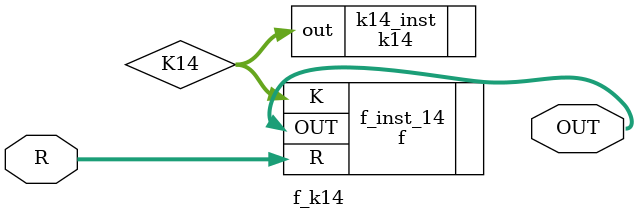
<source format=v>
/**
 * Round function del round 14: funzione f(R, K)
 *
 * Utilizza R13 del round precedente e K14
 * per calcolare il valore (facendo lo XOR con L13) di R14.
*/

module f_k14(
    input [32:1] R,
    output [32:1] OUT
);

    wire [48:1] K14;
    k14 k14_inst(
        .out(K14[48:1])
    );

    f f_inst_14(
        .R(R[32:1]),
        .K(K14[48:1]),
        .OUT(OUT[32:1])
    );
endmodule

</source>
